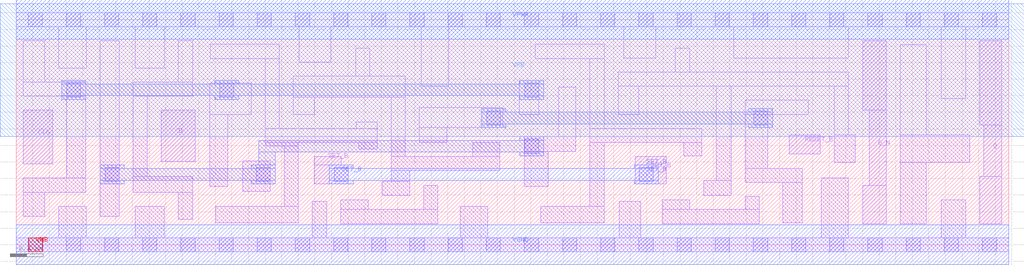
<source format=lef>
# Copyright 2020 The SkyWater PDK Authors
#
# Licensed under the Apache License, Version 2.0 (the "License");
# you may not use this file except in compliance with the License.
# You may obtain a copy of the License at
#
#     https://www.apache.org/licenses/LICENSE-2.0
#
# Unless required by applicable law or agreed to in writing, software
# distributed under the License is distributed on an "AS IS" BASIS,
# WITHOUT WARRANTIES OR CONDITIONS OF ANY KIND, either express or implied.
# See the License for the specific language governing permissions and
# limitations under the License.
#
# SPDX-License-Identifier: Apache-2.0

VERSION 5.7 ;
  NOWIREEXTENSIONATPIN ON ;
  DIVIDERCHAR "/" ;
  BUSBITCHARS "[]" ;
MACRO sky130_fd_sc_hd__dfbbp_1
  CLASS CORE ;
  FOREIGN sky130_fd_sc_hd__dfbbp_1 ;
  ORIGIN  0.000000  0.000000 ;
  SIZE  11.96000 BY  2.720000 ;
  SYMMETRY X Y R90 ;
  SITE unithd ;
  PIN D
    ANTENNAGATEAREA  0.126000 ;
    DIRECTION INPUT ;
    USE SIGNAL ;
    PORT
      LAYER li1 ;
        RECT 1.750000 1.005000 2.160000 1.625000 ;
    END
  END D
  PIN Q
    ANTENNADIFFAREA  0.429000 ;
    DIRECTION OUTPUT ;
    USE SIGNAL ;
    PORT
      LAYER li1 ;
        RECT 11.615000 0.255000 11.875000 0.825000 ;
        RECT 11.615000 1.445000 11.875000 2.465000 ;
        RECT 11.660000 0.825000 11.875000 1.445000 ;
    END
  END Q
  PIN Q_N
    ANTENNADIFFAREA  0.429000 ;
    DIRECTION OUTPUT ;
    USE SIGNAL ;
    PORT
      LAYER li1 ;
        RECT 10.200000 0.255000 10.485000 0.715000 ;
        RECT 10.200000 1.630000 10.485000 2.465000 ;
        RECT 10.280000 0.715000 10.485000 1.630000 ;
    END
  END Q_N
  PIN RESET_B
    ANTENNAGATEAREA  0.159000 ;
    DIRECTION INPUT ;
    USE SIGNAL ;
    PORT
      LAYER li1 ;
        RECT 9.315000 1.095000 9.690000 1.325000 ;
    END
  END RESET_B
  PIN SET_B
    ANTENNAGATEAREA  0.252000 ;
    DIRECTION INPUT ;
    USE SIGNAL ;
    PORT
      LAYER li1 ;
        RECT 3.590000 0.735000 4.000000 0.965000 ;
        RECT 3.590000 0.965000 3.920000 1.065000 ;
      LAYER mcon ;
        RECT 3.830000 0.765000 4.000000 0.935000 ;
    END
    PORT
      LAYER li1 ;
        RECT 7.460000 0.735000 7.835000 1.065000 ;
      LAYER mcon ;
        RECT 7.510000 0.765000 7.680000 0.935000 ;
    END
    PORT
      LAYER met1 ;
        RECT 3.770000 0.735000 4.060000 0.780000 ;
        RECT 3.770000 0.780000 7.740000 0.920000 ;
        RECT 3.770000 0.920000 4.060000 0.965000 ;
        RECT 7.450000 0.735000 7.740000 0.780000 ;
        RECT 7.450000 0.920000 7.740000 0.965000 ;
    END
  END SET_B
  PIN VNB
    PORT
      LAYER pwell ;
        RECT 0.150000 -0.085000 0.320000 0.085000 ;
    END
  END VNB
  PIN VPB
    PORT
      LAYER nwell ;
        RECT -0.190000 1.305000 12.150000 2.910000 ;
    END
  END VPB
  PIN CLK
    ANTENNAGATEAREA  0.159000 ;
    DIRECTION INPUT ;
    USE CLOCK ;
    PORT
      LAYER li1 ;
        RECT 0.085000 0.975000 0.440000 1.625000 ;
    END
  END CLK
  PIN VGND
    DIRECTION INOUT ;
    SHAPE ABUTMENT ;
    USE GROUND ;
    PORT
      LAYER met1 ;
        RECT 0.000000 -0.240000 11.960000 0.240000 ;
    END
  END VGND
  PIN VPWR
    DIRECTION INOUT ;
    SHAPE ABUTMENT ;
    USE POWER ;
    PORT
      LAYER met1 ;
        RECT 0.000000 2.480000 11.960000 2.960000 ;
    END
  END VPWR
  OBS
    LAYER li1 ;
      RECT  0.000000 -0.085000 11.960000 0.085000 ;
      RECT  0.000000  2.635000 11.960000 2.805000 ;
      RECT  0.085000  0.345000  0.345000 0.635000 ;
      RECT  0.085000  0.635000  0.840000 0.805000 ;
      RECT  0.085000  1.795000  0.840000 1.965000 ;
      RECT  0.085000  1.965000  0.345000 2.465000 ;
      RECT  0.515000  0.085000  0.845000 0.465000 ;
      RECT  0.515000  2.135000  0.845000 2.635000 ;
      RECT  0.610000  0.805000  0.840000 1.795000 ;
      RECT  1.015000  0.345000  1.240000 2.465000 ;
      RECT  1.410000  0.635000  2.125000 0.825000 ;
      RECT  1.410000  0.825000  1.580000 1.795000 ;
      RECT  1.410000  1.795000  2.125000 1.965000 ;
      RECT  1.435000  0.085000  1.785000 0.465000 ;
      RECT  1.435000  2.135000  1.785000 2.635000 ;
      RECT  1.955000  0.305000  2.125000 0.635000 ;
      RECT  1.955000  1.965000  2.125000 2.465000 ;
      RECT  2.330000  0.705000  2.550000 1.575000 ;
      RECT  2.330000  1.575000  2.830000 1.955000 ;
      RECT  2.340000  2.250000  3.170000 2.420000 ;
      RECT  2.405000  0.265000  3.400000 0.465000 ;
      RECT  2.730000  0.645000  3.060000 1.015000 ;
      RECT  3.000000  1.195000  3.400000 1.235000 ;
      RECT  3.000000  1.235000  4.350000 1.405000 ;
      RECT  3.000000  1.405000  3.170000 2.250000 ;
      RECT  3.230000  0.465000  3.400000 1.195000 ;
      RECT  3.340000  1.575000  3.590000 1.785000 ;
      RECT  3.340000  1.785000  4.690000 2.035000 ;
      RECT  3.410000  2.205000  3.790000 2.635000 ;
      RECT  3.570000  0.085000  3.740000 0.525000 ;
      RECT  3.910000  0.255000  5.080000 0.425000 ;
      RECT  3.910000  0.425000  4.240000 0.545000 ;
      RECT  4.090000  2.035000  4.260000 2.375000 ;
      RECT  4.100000  1.405000  4.350000 1.485000 ;
      RECT  4.130000  1.155000  4.350000 1.235000 ;
      RECT  4.410000  0.595000  4.740000 0.765000 ;
      RECT  4.520000  0.765000  4.740000 0.895000 ;
      RECT  4.520000  0.895000  5.830000 1.065000 ;
      RECT  4.520000  1.065000  4.690000 1.785000 ;
      RECT  4.860000  1.235000  5.190000 1.415000 ;
      RECT  4.860000  1.415000  5.865000 1.655000 ;
      RECT  4.880000  1.915000  5.210000 2.635000 ;
      RECT  4.910000  0.425000  5.080000 0.715000 ;
      RECT  5.350000  0.085000  5.680000 0.465000 ;
      RECT  5.500000  1.065000  5.830000 1.235000 ;
      RECT  6.065000  1.575000  6.300000 1.985000 ;
      RECT  6.125000  0.705000  6.410000 1.125000 ;
      RECT  6.125000  1.125000  6.745000 1.305000 ;
      RECT  6.255000  2.250000  7.085000 2.420000 ;
      RECT  6.320000  0.265000  7.085000 0.465000 ;
      RECT  6.540000  1.305000  6.745000 1.905000 ;
      RECT  6.915000  0.465000  7.085000 1.235000 ;
      RECT  6.915000  1.235000  8.265000 1.405000 ;
      RECT  6.915000  1.405000  7.085000 2.250000 ;
      RECT  7.255000  1.575000  7.505000 1.915000 ;
      RECT  7.255000  1.915000 10.030000 2.085000 ;
      RECT  7.265000  0.085000  7.525000 0.525000 ;
      RECT  7.325000  2.255000  7.705000 2.635000 ;
      RECT  7.785000  0.255000  8.955000 0.425000 ;
      RECT  7.785000  0.425000  8.115000 0.545000 ;
      RECT  7.945000  2.085000  8.115000 2.375000 ;
      RECT  8.045000  1.075000  8.265000 1.235000 ;
      RECT  8.285000  0.595000  8.615000 0.780000 ;
      RECT  8.435000  0.780000  8.615000 1.915000 ;
      RECT  8.645000  2.255000 10.030000 2.635000 ;
      RECT  8.785000  0.425000  8.955000 0.585000 ;
      RECT  8.785000  0.755000  9.475000 0.925000 ;
      RECT  8.785000  0.925000  9.060000 1.575000 ;
      RECT  8.785000  1.575000  9.545000 1.745000 ;
      RECT  9.240000  0.265000  9.475000 0.755000 ;
      RECT  9.700000  0.085000 10.030000 0.805000 ;
      RECT  9.860000  0.995000 10.110000 1.325000 ;
      RECT  9.860000  1.325000 10.030000 1.915000 ;
      RECT 10.655000  0.255000 10.970000 0.995000 ;
      RECT 10.655000  0.995000 11.490000 1.325000 ;
      RECT 10.655000  1.325000 10.970000 2.415000 ;
      RECT 11.150000  0.085000 11.445000 0.545000 ;
      RECT 11.150000  1.765000 11.445000 2.635000 ;
    LAYER mcon ;
      RECT  0.145000 -0.085000  0.315000 0.085000 ;
      RECT  0.145000  2.635000  0.315000 2.805000 ;
      RECT  0.605000 -0.085000  0.775000 0.085000 ;
      RECT  0.605000  2.635000  0.775000 2.805000 ;
      RECT  0.610000  1.785000  0.780000 1.955000 ;
      RECT  1.065000 -0.085000  1.235000 0.085000 ;
      RECT  1.065000  2.635000  1.235000 2.805000 ;
      RECT  1.070000  0.765000  1.240000 0.935000 ;
      RECT  1.525000 -0.085000  1.695000 0.085000 ;
      RECT  1.525000  2.635000  1.695000 2.805000 ;
      RECT  1.985000 -0.085000  2.155000 0.085000 ;
      RECT  1.985000  2.635000  2.155000 2.805000 ;
      RECT  2.445000 -0.085000  2.615000 0.085000 ;
      RECT  2.445000  2.635000  2.615000 2.805000 ;
      RECT  2.450000  1.785000  2.620000 1.955000 ;
      RECT  2.890000  0.765000  3.060000 0.935000 ;
      RECT  2.905000 -0.085000  3.075000 0.085000 ;
      RECT  2.905000  2.635000  3.075000 2.805000 ;
      RECT  3.365000 -0.085000  3.535000 0.085000 ;
      RECT  3.365000  2.635000  3.535000 2.805000 ;
      RECT  3.825000 -0.085000  3.995000 0.085000 ;
      RECT  3.825000  2.635000  3.995000 2.805000 ;
      RECT  4.285000 -0.085000  4.455000 0.085000 ;
      RECT  4.285000  2.635000  4.455000 2.805000 ;
      RECT  4.745000 -0.085000  4.915000 0.085000 ;
      RECT  4.745000  2.635000  4.915000 2.805000 ;
      RECT  5.205000 -0.085000  5.375000 0.085000 ;
      RECT  5.205000  2.635000  5.375000 2.805000 ;
      RECT  5.665000 -0.085000  5.835000 0.085000 ;
      RECT  5.665000  2.635000  5.835000 2.805000 ;
      RECT  5.670000  1.445000  5.840000 1.615000 ;
      RECT  6.125000 -0.085000  6.295000 0.085000 ;
      RECT  6.125000  2.635000  6.295000 2.805000 ;
      RECT  6.130000  1.105000  6.300000 1.275000 ;
      RECT  6.130000  1.785000  6.300000 1.955000 ;
      RECT  6.585000 -0.085000  6.755000 0.085000 ;
      RECT  6.585000  2.635000  6.755000 2.805000 ;
      RECT  7.045000 -0.085000  7.215000 0.085000 ;
      RECT  7.045000  2.635000  7.215000 2.805000 ;
      RECT  7.505000 -0.085000  7.675000 0.085000 ;
      RECT  7.505000  2.635000  7.675000 2.805000 ;
      RECT  7.965000 -0.085000  8.135000 0.085000 ;
      RECT  7.965000  2.635000  8.135000 2.805000 ;
      RECT  8.425000 -0.085000  8.595000 0.085000 ;
      RECT  8.425000  2.635000  8.595000 2.805000 ;
      RECT  8.885000 -0.085000  9.055000 0.085000 ;
      RECT  8.885000  2.635000  9.055000 2.805000 ;
      RECT  8.890000  1.445000  9.060000 1.615000 ;
      RECT  9.345000 -0.085000  9.515000 0.085000 ;
      RECT  9.345000  2.635000  9.515000 2.805000 ;
      RECT  9.805000 -0.085000  9.975000 0.085000 ;
      RECT  9.805000  2.635000  9.975000 2.805000 ;
      RECT 10.265000 -0.085000 10.435000 0.085000 ;
      RECT 10.265000  2.635000 10.435000 2.805000 ;
      RECT 10.725000 -0.085000 10.895000 0.085000 ;
      RECT 10.725000  2.635000 10.895000 2.805000 ;
      RECT 11.185000 -0.085000 11.355000 0.085000 ;
      RECT 11.185000  2.635000 11.355000 2.805000 ;
      RECT 11.645000 -0.085000 11.815000 0.085000 ;
      RECT 11.645000  2.635000 11.815000 2.805000 ;
    LAYER met1 ;
      RECT 0.550000 1.755000 0.840000 1.800000 ;
      RECT 0.550000 1.800000 6.360000 1.940000 ;
      RECT 0.550000 1.940000 0.840000 1.985000 ;
      RECT 1.010000 0.735000 1.300000 0.780000 ;
      RECT 1.010000 0.780000 3.120000 0.920000 ;
      RECT 1.010000 0.920000 1.300000 0.965000 ;
      RECT 2.390000 1.755000 2.680000 1.800000 ;
      RECT 2.390000 1.940000 2.680000 1.985000 ;
      RECT 2.830000 0.735000 3.120000 0.780000 ;
      RECT 2.830000 0.920000 3.120000 0.965000 ;
      RECT 2.925000 0.965000 3.120000 1.120000 ;
      RECT 2.925000 1.120000 6.360000 1.260000 ;
      RECT 5.610000 1.415000 5.900000 1.460000 ;
      RECT 5.610000 1.460000 9.120000 1.600000 ;
      RECT 5.610000 1.600000 5.900000 1.645000 ;
      RECT 6.070000 1.075000 6.360000 1.120000 ;
      RECT 6.070000 1.260000 6.360000 1.305000 ;
      RECT 6.070000 1.755000 6.360000 1.800000 ;
      RECT 6.070000 1.940000 6.360000 1.985000 ;
      RECT 8.830000 1.415000 9.120000 1.460000 ;
      RECT 8.830000 1.600000 9.120000 1.645000 ;
  END
END sky130_fd_sc_hd__dfbbp_1
END LIBRARY

</source>
